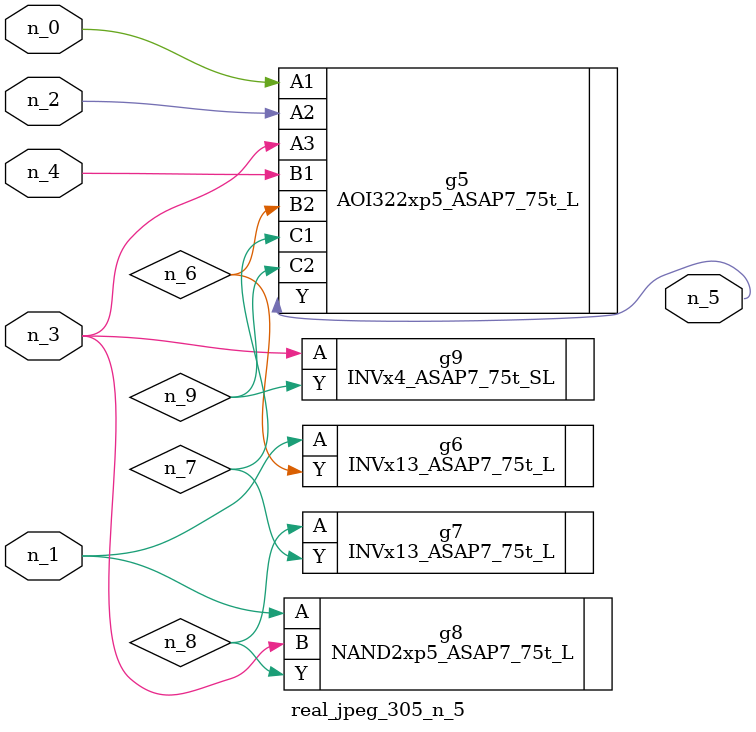
<source format=v>
module real_jpeg_305_n_5 (n_4, n_0, n_1, n_2, n_3, n_5);

input n_4;
input n_0;
input n_1;
input n_2;
input n_3;

output n_5;

wire n_8;
wire n_6;
wire n_7;
wire n_9;

AOI322xp5_ASAP7_75t_L g5 ( 
.A1(n_0),
.A2(n_2),
.A3(n_3),
.B1(n_4),
.B2(n_6),
.C1(n_7),
.C2(n_9),
.Y(n_5)
);

INVx13_ASAP7_75t_L g6 ( 
.A(n_1),
.Y(n_6)
);

NAND2xp5_ASAP7_75t_L g8 ( 
.A(n_1),
.B(n_3),
.Y(n_8)
);

INVx4_ASAP7_75t_SL g9 ( 
.A(n_3),
.Y(n_9)
);

INVx13_ASAP7_75t_L g7 ( 
.A(n_8),
.Y(n_7)
);


endmodule
</source>
